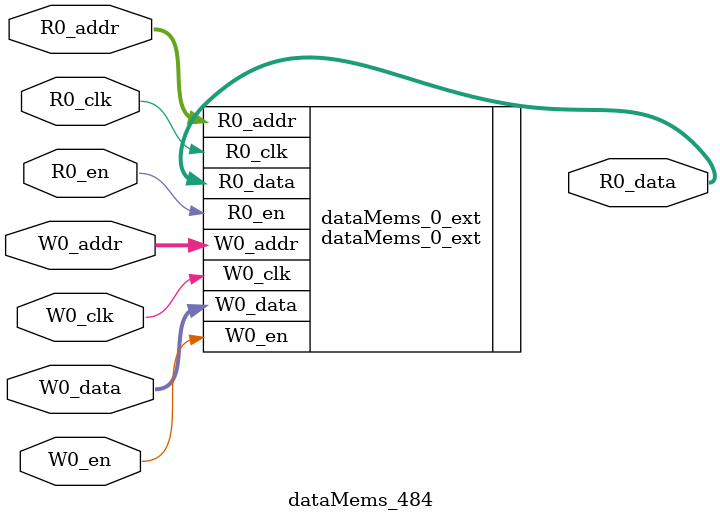
<source format=sv>
`ifndef RANDOMIZE
  `ifdef RANDOMIZE_REG_INIT
    `define RANDOMIZE
  `endif // RANDOMIZE_REG_INIT
`endif // not def RANDOMIZE
`ifndef RANDOMIZE
  `ifdef RANDOMIZE_MEM_INIT
    `define RANDOMIZE
  `endif // RANDOMIZE_MEM_INIT
`endif // not def RANDOMIZE

`ifndef RANDOM
  `define RANDOM $random
`endif // not def RANDOM

// Users can define 'PRINTF_COND' to add an extra gate to prints.
`ifndef PRINTF_COND_
  `ifdef PRINTF_COND
    `define PRINTF_COND_ (`PRINTF_COND)
  `else  // PRINTF_COND
    `define PRINTF_COND_ 1
  `endif // PRINTF_COND
`endif // not def PRINTF_COND_

// Users can define 'ASSERT_VERBOSE_COND' to add an extra gate to assert error printing.
`ifndef ASSERT_VERBOSE_COND_
  `ifdef ASSERT_VERBOSE_COND
    `define ASSERT_VERBOSE_COND_ (`ASSERT_VERBOSE_COND)
  `else  // ASSERT_VERBOSE_COND
    `define ASSERT_VERBOSE_COND_ 1
  `endif // ASSERT_VERBOSE_COND
`endif // not def ASSERT_VERBOSE_COND_

// Users can define 'STOP_COND' to add an extra gate to stop conditions.
`ifndef STOP_COND_
  `ifdef STOP_COND
    `define STOP_COND_ (`STOP_COND)
  `else  // STOP_COND
    `define STOP_COND_ 1
  `endif // STOP_COND
`endif // not def STOP_COND_

// Users can define INIT_RANDOM as general code that gets injected into the
// initializer block for modules with registers.
`ifndef INIT_RANDOM
  `define INIT_RANDOM
`endif // not def INIT_RANDOM

// If using random initialization, you can also define RANDOMIZE_DELAY to
// customize the delay used, otherwise 0.002 is used.
`ifndef RANDOMIZE_DELAY
  `define RANDOMIZE_DELAY 0.002
`endif // not def RANDOMIZE_DELAY

// Define INIT_RANDOM_PROLOG_ for use in our modules below.
`ifndef INIT_RANDOM_PROLOG_
  `ifdef RANDOMIZE
    `ifdef VERILATOR
      `define INIT_RANDOM_PROLOG_ `INIT_RANDOM
    `else  // VERILATOR
      `define INIT_RANDOM_PROLOG_ `INIT_RANDOM #`RANDOMIZE_DELAY begin end
    `endif // VERILATOR
  `else  // RANDOMIZE
    `define INIT_RANDOM_PROLOG_
  `endif // RANDOMIZE
`endif // not def INIT_RANDOM_PROLOG_

// Include register initializers in init blocks unless synthesis is set
`ifndef SYNTHESIS
  `ifndef ENABLE_INITIAL_REG_
    `define ENABLE_INITIAL_REG_
  `endif // not def ENABLE_INITIAL_REG_
`endif // not def SYNTHESIS

// Include rmemory initializers in init blocks unless synthesis is set
`ifndef SYNTHESIS
  `ifndef ENABLE_INITIAL_MEM_
    `define ENABLE_INITIAL_MEM_
  `endif // not def ENABLE_INITIAL_MEM_
`endif // not def SYNTHESIS

module dataMems_484(	// @[generators/ara/src/main/scala/UnsafeAXI4ToTL.scala:365:62]
  input  [4:0]  R0_addr,
  input         R0_en,
  input         R0_clk,
  output [66:0] R0_data,
  input  [4:0]  W0_addr,
  input         W0_en,
  input         W0_clk,
  input  [66:0] W0_data
);

  dataMems_0_ext dataMems_0_ext (	// @[generators/ara/src/main/scala/UnsafeAXI4ToTL.scala:365:62]
    .R0_addr (R0_addr),
    .R0_en   (R0_en),
    .R0_clk  (R0_clk),
    .R0_data (R0_data),
    .W0_addr (W0_addr),
    .W0_en   (W0_en),
    .W0_clk  (W0_clk),
    .W0_data (W0_data)
  );
endmodule


</source>
